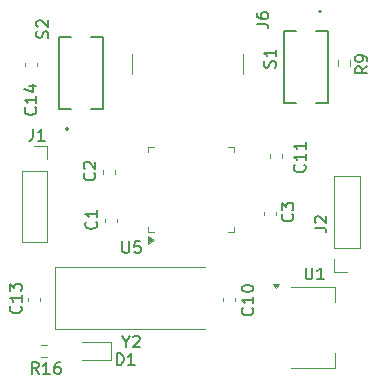
<source format=gbr>
%TF.GenerationSoftware,KiCad,Pcbnew,9.0.7*%
%TF.CreationDate,2026-02-20T18:13:15+05:30*%
%TF.ProjectId,pcb-n-as5600,7063622d-6e2d-4617-9335-3630302e6b69,rev?*%
%TF.SameCoordinates,Original*%
%TF.FileFunction,Legend,Top*%
%TF.FilePolarity,Positive*%
%FSLAX46Y46*%
G04 Gerber Fmt 4.6, Leading zero omitted, Abs format (unit mm)*
G04 Created by KiCad (PCBNEW 9.0.7) date 2026-02-20 18:13:15*
%MOMM*%
%LPD*%
G01*
G04 APERTURE LIST*
%ADD10C,0.150000*%
%ADD11C,0.120000*%
%ADD12C,0.127000*%
%ADD13C,0.200000*%
G04 APERTURE END LIST*
D10*
X144492080Y-89059166D02*
X144539700Y-89106785D01*
X144539700Y-89106785D02*
X144587319Y-89249642D01*
X144587319Y-89249642D02*
X144587319Y-89344880D01*
X144587319Y-89344880D02*
X144539700Y-89487737D01*
X144539700Y-89487737D02*
X144444461Y-89582975D01*
X144444461Y-89582975D02*
X144349223Y-89630594D01*
X144349223Y-89630594D02*
X144158747Y-89678213D01*
X144158747Y-89678213D02*
X144015890Y-89678213D01*
X144015890Y-89678213D02*
X143825414Y-89630594D01*
X143825414Y-89630594D02*
X143730176Y-89582975D01*
X143730176Y-89582975D02*
X143634938Y-89487737D01*
X143634938Y-89487737D02*
X143587319Y-89344880D01*
X143587319Y-89344880D02*
X143587319Y-89249642D01*
X143587319Y-89249642D02*
X143634938Y-89106785D01*
X143634938Y-89106785D02*
X143682557Y-89059166D01*
X144587319Y-88106785D02*
X144587319Y-88678213D01*
X144587319Y-88392499D02*
X143587319Y-88392499D01*
X143587319Y-88392499D02*
X143730176Y-88487737D01*
X143730176Y-88487737D02*
X143825414Y-88582975D01*
X143825414Y-88582975D02*
X143873033Y-88678213D01*
X146261905Y-101204819D02*
X146261905Y-100204819D01*
X146261905Y-100204819D02*
X146500000Y-100204819D01*
X146500000Y-100204819D02*
X146642857Y-100252438D01*
X146642857Y-100252438D02*
X146738095Y-100347676D01*
X146738095Y-100347676D02*
X146785714Y-100442914D01*
X146785714Y-100442914D02*
X146833333Y-100633390D01*
X146833333Y-100633390D02*
X146833333Y-100776247D01*
X146833333Y-100776247D02*
X146785714Y-100966723D01*
X146785714Y-100966723D02*
X146738095Y-101061961D01*
X146738095Y-101061961D02*
X146642857Y-101157200D01*
X146642857Y-101157200D02*
X146500000Y-101204819D01*
X146500000Y-101204819D02*
X146261905Y-101204819D01*
X147785714Y-101204819D02*
X147214286Y-101204819D01*
X147500000Y-101204819D02*
X147500000Y-100204819D01*
X147500000Y-100204819D02*
X147404762Y-100347676D01*
X147404762Y-100347676D02*
X147309524Y-100442914D01*
X147309524Y-100442914D02*
X147214286Y-100490533D01*
X162149580Y-84255357D02*
X162197200Y-84302976D01*
X162197200Y-84302976D02*
X162244819Y-84445833D01*
X162244819Y-84445833D02*
X162244819Y-84541071D01*
X162244819Y-84541071D02*
X162197200Y-84683928D01*
X162197200Y-84683928D02*
X162101961Y-84779166D01*
X162101961Y-84779166D02*
X162006723Y-84826785D01*
X162006723Y-84826785D02*
X161816247Y-84874404D01*
X161816247Y-84874404D02*
X161673390Y-84874404D01*
X161673390Y-84874404D02*
X161482914Y-84826785D01*
X161482914Y-84826785D02*
X161387676Y-84779166D01*
X161387676Y-84779166D02*
X161292438Y-84683928D01*
X161292438Y-84683928D02*
X161244819Y-84541071D01*
X161244819Y-84541071D02*
X161244819Y-84445833D01*
X161244819Y-84445833D02*
X161292438Y-84302976D01*
X161292438Y-84302976D02*
X161340057Y-84255357D01*
X162244819Y-83302976D02*
X162244819Y-83874404D01*
X162244819Y-83588690D02*
X161244819Y-83588690D01*
X161244819Y-83588690D02*
X161387676Y-83683928D01*
X161387676Y-83683928D02*
X161482914Y-83779166D01*
X161482914Y-83779166D02*
X161530533Y-83874404D01*
X162244819Y-82350595D02*
X162244819Y-82922023D01*
X162244819Y-82636309D02*
X161244819Y-82636309D01*
X161244819Y-82636309D02*
X161387676Y-82731547D01*
X161387676Y-82731547D02*
X161482914Y-82826785D01*
X161482914Y-82826785D02*
X161530533Y-82922023D01*
X140407200Y-73511904D02*
X140454819Y-73369047D01*
X140454819Y-73369047D02*
X140454819Y-73130952D01*
X140454819Y-73130952D02*
X140407200Y-73035714D01*
X140407200Y-73035714D02*
X140359580Y-72988095D01*
X140359580Y-72988095D02*
X140264342Y-72940476D01*
X140264342Y-72940476D02*
X140169104Y-72940476D01*
X140169104Y-72940476D02*
X140073866Y-72988095D01*
X140073866Y-72988095D02*
X140026247Y-73035714D01*
X140026247Y-73035714D02*
X139978628Y-73130952D01*
X139978628Y-73130952D02*
X139931009Y-73321428D01*
X139931009Y-73321428D02*
X139883390Y-73416666D01*
X139883390Y-73416666D02*
X139835771Y-73464285D01*
X139835771Y-73464285D02*
X139740533Y-73511904D01*
X139740533Y-73511904D02*
X139645295Y-73511904D01*
X139645295Y-73511904D02*
X139550057Y-73464285D01*
X139550057Y-73464285D02*
X139502438Y-73416666D01*
X139502438Y-73416666D02*
X139454819Y-73321428D01*
X139454819Y-73321428D02*
X139454819Y-73083333D01*
X139454819Y-73083333D02*
X139502438Y-72940476D01*
X139550057Y-72559523D02*
X139502438Y-72511904D01*
X139502438Y-72511904D02*
X139454819Y-72416666D01*
X139454819Y-72416666D02*
X139454819Y-72178571D01*
X139454819Y-72178571D02*
X139502438Y-72083333D01*
X139502438Y-72083333D02*
X139550057Y-72035714D01*
X139550057Y-72035714D02*
X139645295Y-71988095D01*
X139645295Y-71988095D02*
X139740533Y-71988095D01*
X139740533Y-71988095D02*
X139883390Y-72035714D01*
X139883390Y-72035714D02*
X140454819Y-72607142D01*
X140454819Y-72607142D02*
X140454819Y-71988095D01*
X159657200Y-76011904D02*
X159704819Y-75869047D01*
X159704819Y-75869047D02*
X159704819Y-75630952D01*
X159704819Y-75630952D02*
X159657200Y-75535714D01*
X159657200Y-75535714D02*
X159609580Y-75488095D01*
X159609580Y-75488095D02*
X159514342Y-75440476D01*
X159514342Y-75440476D02*
X159419104Y-75440476D01*
X159419104Y-75440476D02*
X159323866Y-75488095D01*
X159323866Y-75488095D02*
X159276247Y-75535714D01*
X159276247Y-75535714D02*
X159228628Y-75630952D01*
X159228628Y-75630952D02*
X159181009Y-75821428D01*
X159181009Y-75821428D02*
X159133390Y-75916666D01*
X159133390Y-75916666D02*
X159085771Y-75964285D01*
X159085771Y-75964285D02*
X158990533Y-76011904D01*
X158990533Y-76011904D02*
X158895295Y-76011904D01*
X158895295Y-76011904D02*
X158800057Y-75964285D01*
X158800057Y-75964285D02*
X158752438Y-75916666D01*
X158752438Y-75916666D02*
X158704819Y-75821428D01*
X158704819Y-75821428D02*
X158704819Y-75583333D01*
X158704819Y-75583333D02*
X158752438Y-75440476D01*
X159704819Y-74488095D02*
X159704819Y-75059523D01*
X159704819Y-74773809D02*
X158704819Y-74773809D01*
X158704819Y-74773809D02*
X158847676Y-74869047D01*
X158847676Y-74869047D02*
X158942914Y-74964285D01*
X158942914Y-74964285D02*
X158990533Y-75059523D01*
X158094819Y-72320833D02*
X158809104Y-72320833D01*
X158809104Y-72320833D02*
X158951961Y-72368452D01*
X158951961Y-72368452D02*
X159047200Y-72463690D01*
X159047200Y-72463690D02*
X159094819Y-72606547D01*
X159094819Y-72606547D02*
X159094819Y-72701785D01*
X158094819Y-71416071D02*
X158094819Y-71606547D01*
X158094819Y-71606547D02*
X158142438Y-71701785D01*
X158142438Y-71701785D02*
X158190057Y-71749404D01*
X158190057Y-71749404D02*
X158332914Y-71844642D01*
X158332914Y-71844642D02*
X158523390Y-71892261D01*
X158523390Y-71892261D02*
X158904342Y-71892261D01*
X158904342Y-71892261D02*
X158999580Y-71844642D01*
X158999580Y-71844642D02*
X159047200Y-71797023D01*
X159047200Y-71797023D02*
X159094819Y-71701785D01*
X159094819Y-71701785D02*
X159094819Y-71511309D01*
X159094819Y-71511309D02*
X159047200Y-71416071D01*
X159047200Y-71416071D02*
X158999580Y-71368452D01*
X158999580Y-71368452D02*
X158904342Y-71320833D01*
X158904342Y-71320833D02*
X158666247Y-71320833D01*
X158666247Y-71320833D02*
X158571009Y-71368452D01*
X158571009Y-71368452D02*
X158523390Y-71416071D01*
X158523390Y-71416071D02*
X158475771Y-71511309D01*
X158475771Y-71511309D02*
X158475771Y-71701785D01*
X158475771Y-71701785D02*
X158523390Y-71797023D01*
X158523390Y-71797023D02*
X158571009Y-71844642D01*
X158571009Y-71844642D02*
X158666247Y-71892261D01*
X163004819Y-89583333D02*
X163719104Y-89583333D01*
X163719104Y-89583333D02*
X163861961Y-89630952D01*
X163861961Y-89630952D02*
X163957200Y-89726190D01*
X163957200Y-89726190D02*
X164004819Y-89869047D01*
X164004819Y-89869047D02*
X164004819Y-89964285D01*
X163100057Y-89154761D02*
X163052438Y-89107142D01*
X163052438Y-89107142D02*
X163004819Y-89011904D01*
X163004819Y-89011904D02*
X163004819Y-88773809D01*
X163004819Y-88773809D02*
X163052438Y-88678571D01*
X163052438Y-88678571D02*
X163100057Y-88630952D01*
X163100057Y-88630952D02*
X163195295Y-88583333D01*
X163195295Y-88583333D02*
X163290533Y-88583333D01*
X163290533Y-88583333D02*
X163433390Y-88630952D01*
X163433390Y-88630952D02*
X164004819Y-89202380D01*
X164004819Y-89202380D02*
X164004819Y-88583333D01*
X147023809Y-99228628D02*
X147023809Y-99704819D01*
X146690476Y-98704819D02*
X147023809Y-99228628D01*
X147023809Y-99228628D02*
X147357142Y-98704819D01*
X147642857Y-98800057D02*
X147690476Y-98752438D01*
X147690476Y-98752438D02*
X147785714Y-98704819D01*
X147785714Y-98704819D02*
X148023809Y-98704819D01*
X148023809Y-98704819D02*
X148119047Y-98752438D01*
X148119047Y-98752438D02*
X148166666Y-98800057D01*
X148166666Y-98800057D02*
X148214285Y-98895295D01*
X148214285Y-98895295D02*
X148214285Y-98990533D01*
X148214285Y-98990533D02*
X148166666Y-99133390D01*
X148166666Y-99133390D02*
X147595238Y-99704819D01*
X147595238Y-99704819D02*
X148214285Y-99704819D01*
X139632142Y-101954819D02*
X139298809Y-101478628D01*
X139060714Y-101954819D02*
X139060714Y-100954819D01*
X139060714Y-100954819D02*
X139441666Y-100954819D01*
X139441666Y-100954819D02*
X139536904Y-101002438D01*
X139536904Y-101002438D02*
X139584523Y-101050057D01*
X139584523Y-101050057D02*
X139632142Y-101145295D01*
X139632142Y-101145295D02*
X139632142Y-101288152D01*
X139632142Y-101288152D02*
X139584523Y-101383390D01*
X139584523Y-101383390D02*
X139536904Y-101431009D01*
X139536904Y-101431009D02*
X139441666Y-101478628D01*
X139441666Y-101478628D02*
X139060714Y-101478628D01*
X140584523Y-101954819D02*
X140013095Y-101954819D01*
X140298809Y-101954819D02*
X140298809Y-100954819D01*
X140298809Y-100954819D02*
X140203571Y-101097676D01*
X140203571Y-101097676D02*
X140108333Y-101192914D01*
X140108333Y-101192914D02*
X140013095Y-101240533D01*
X141441666Y-100954819D02*
X141251190Y-100954819D01*
X141251190Y-100954819D02*
X141155952Y-101002438D01*
X141155952Y-101002438D02*
X141108333Y-101050057D01*
X141108333Y-101050057D02*
X141013095Y-101192914D01*
X141013095Y-101192914D02*
X140965476Y-101383390D01*
X140965476Y-101383390D02*
X140965476Y-101764342D01*
X140965476Y-101764342D02*
X141013095Y-101859580D01*
X141013095Y-101859580D02*
X141060714Y-101907200D01*
X141060714Y-101907200D02*
X141155952Y-101954819D01*
X141155952Y-101954819D02*
X141346428Y-101954819D01*
X141346428Y-101954819D02*
X141441666Y-101907200D01*
X141441666Y-101907200D02*
X141489285Y-101859580D01*
X141489285Y-101859580D02*
X141536904Y-101764342D01*
X141536904Y-101764342D02*
X141536904Y-101526247D01*
X141536904Y-101526247D02*
X141489285Y-101431009D01*
X141489285Y-101431009D02*
X141441666Y-101383390D01*
X141441666Y-101383390D02*
X141346428Y-101335771D01*
X141346428Y-101335771D02*
X141155952Y-101335771D01*
X141155952Y-101335771D02*
X141060714Y-101383390D01*
X141060714Y-101383390D02*
X141013095Y-101431009D01*
X141013095Y-101431009D02*
X140965476Y-101526247D01*
X161109580Y-88416666D02*
X161157200Y-88464285D01*
X161157200Y-88464285D02*
X161204819Y-88607142D01*
X161204819Y-88607142D02*
X161204819Y-88702380D01*
X161204819Y-88702380D02*
X161157200Y-88845237D01*
X161157200Y-88845237D02*
X161061961Y-88940475D01*
X161061961Y-88940475D02*
X160966723Y-88988094D01*
X160966723Y-88988094D02*
X160776247Y-89035713D01*
X160776247Y-89035713D02*
X160633390Y-89035713D01*
X160633390Y-89035713D02*
X160442914Y-88988094D01*
X160442914Y-88988094D02*
X160347676Y-88940475D01*
X160347676Y-88940475D02*
X160252438Y-88845237D01*
X160252438Y-88845237D02*
X160204819Y-88702380D01*
X160204819Y-88702380D02*
X160204819Y-88607142D01*
X160204819Y-88607142D02*
X160252438Y-88464285D01*
X160252438Y-88464285D02*
X160300057Y-88416666D01*
X160204819Y-88083332D02*
X160204819Y-87464285D01*
X160204819Y-87464285D02*
X160585771Y-87797618D01*
X160585771Y-87797618D02*
X160585771Y-87654761D01*
X160585771Y-87654761D02*
X160633390Y-87559523D01*
X160633390Y-87559523D02*
X160681009Y-87511904D01*
X160681009Y-87511904D02*
X160776247Y-87464285D01*
X160776247Y-87464285D02*
X161014342Y-87464285D01*
X161014342Y-87464285D02*
X161109580Y-87511904D01*
X161109580Y-87511904D02*
X161157200Y-87559523D01*
X161157200Y-87559523D02*
X161204819Y-87654761D01*
X161204819Y-87654761D02*
X161204819Y-87940475D01*
X161204819Y-87940475D02*
X161157200Y-88035713D01*
X161157200Y-88035713D02*
X161109580Y-88083332D01*
X144355652Y-84946666D02*
X144403272Y-84994285D01*
X144403272Y-84994285D02*
X144450891Y-85137142D01*
X144450891Y-85137142D02*
X144450891Y-85232380D01*
X144450891Y-85232380D02*
X144403272Y-85375237D01*
X144403272Y-85375237D02*
X144308033Y-85470475D01*
X144308033Y-85470475D02*
X144212795Y-85518094D01*
X144212795Y-85518094D02*
X144022319Y-85565713D01*
X144022319Y-85565713D02*
X143879462Y-85565713D01*
X143879462Y-85565713D02*
X143688986Y-85518094D01*
X143688986Y-85518094D02*
X143593748Y-85470475D01*
X143593748Y-85470475D02*
X143498510Y-85375237D01*
X143498510Y-85375237D02*
X143450891Y-85232380D01*
X143450891Y-85232380D02*
X143450891Y-85137142D01*
X143450891Y-85137142D02*
X143498510Y-84994285D01*
X143498510Y-84994285D02*
X143546129Y-84946666D01*
X143546129Y-84565713D02*
X143498510Y-84518094D01*
X143498510Y-84518094D02*
X143450891Y-84422856D01*
X143450891Y-84422856D02*
X143450891Y-84184761D01*
X143450891Y-84184761D02*
X143498510Y-84089523D01*
X143498510Y-84089523D02*
X143546129Y-84041904D01*
X143546129Y-84041904D02*
X143641367Y-83994285D01*
X143641367Y-83994285D02*
X143736605Y-83994285D01*
X143736605Y-83994285D02*
X143879462Y-84041904D01*
X143879462Y-84041904D02*
X144450891Y-84613332D01*
X144450891Y-84613332D02*
X144450891Y-83994285D01*
X167454819Y-75916666D02*
X166978628Y-76249999D01*
X167454819Y-76488094D02*
X166454819Y-76488094D01*
X166454819Y-76488094D02*
X166454819Y-76107142D01*
X166454819Y-76107142D02*
X166502438Y-76011904D01*
X166502438Y-76011904D02*
X166550057Y-75964285D01*
X166550057Y-75964285D02*
X166645295Y-75916666D01*
X166645295Y-75916666D02*
X166788152Y-75916666D01*
X166788152Y-75916666D02*
X166883390Y-75964285D01*
X166883390Y-75964285D02*
X166931009Y-76011904D01*
X166931009Y-76011904D02*
X166978628Y-76107142D01*
X166978628Y-76107142D02*
X166978628Y-76488094D01*
X167454819Y-75440475D02*
X167454819Y-75249999D01*
X167454819Y-75249999D02*
X167407200Y-75154761D01*
X167407200Y-75154761D02*
X167359580Y-75107142D01*
X167359580Y-75107142D02*
X167216723Y-75011904D01*
X167216723Y-75011904D02*
X167026247Y-74964285D01*
X167026247Y-74964285D02*
X166645295Y-74964285D01*
X166645295Y-74964285D02*
X166550057Y-75011904D01*
X166550057Y-75011904D02*
X166502438Y-75059523D01*
X166502438Y-75059523D02*
X166454819Y-75154761D01*
X166454819Y-75154761D02*
X166454819Y-75345237D01*
X166454819Y-75345237D02*
X166502438Y-75440475D01*
X166502438Y-75440475D02*
X166550057Y-75488094D01*
X166550057Y-75488094D02*
X166645295Y-75535713D01*
X166645295Y-75535713D02*
X166883390Y-75535713D01*
X166883390Y-75535713D02*
X166978628Y-75488094D01*
X166978628Y-75488094D02*
X167026247Y-75440475D01*
X167026247Y-75440475D02*
X167073866Y-75345237D01*
X167073866Y-75345237D02*
X167073866Y-75154761D01*
X167073866Y-75154761D02*
X167026247Y-75059523D01*
X167026247Y-75059523D02*
X166978628Y-75011904D01*
X166978628Y-75011904D02*
X166883390Y-74964285D01*
X139166666Y-81204819D02*
X139166666Y-81919104D01*
X139166666Y-81919104D02*
X139119047Y-82061961D01*
X139119047Y-82061961D02*
X139023809Y-82157200D01*
X139023809Y-82157200D02*
X138880952Y-82204819D01*
X138880952Y-82204819D02*
X138785714Y-82204819D01*
X140166666Y-82204819D02*
X139595238Y-82204819D01*
X139880952Y-82204819D02*
X139880952Y-81204819D01*
X139880952Y-81204819D02*
X139785714Y-81347676D01*
X139785714Y-81347676D02*
X139690476Y-81442914D01*
X139690476Y-81442914D02*
X139595238Y-81490533D01*
X162238095Y-92954819D02*
X162238095Y-93764342D01*
X162238095Y-93764342D02*
X162285714Y-93859580D01*
X162285714Y-93859580D02*
X162333333Y-93907200D01*
X162333333Y-93907200D02*
X162428571Y-93954819D01*
X162428571Y-93954819D02*
X162619047Y-93954819D01*
X162619047Y-93954819D02*
X162714285Y-93907200D01*
X162714285Y-93907200D02*
X162761904Y-93859580D01*
X162761904Y-93859580D02*
X162809523Y-93764342D01*
X162809523Y-93764342D02*
X162809523Y-92954819D01*
X163809523Y-93954819D02*
X163238095Y-93954819D01*
X163523809Y-93954819D02*
X163523809Y-92954819D01*
X163523809Y-92954819D02*
X163428571Y-93097676D01*
X163428571Y-93097676D02*
X163333333Y-93192914D01*
X163333333Y-93192914D02*
X163238095Y-93240533D01*
X146738095Y-90704819D02*
X146738095Y-91514342D01*
X146738095Y-91514342D02*
X146785714Y-91609580D01*
X146785714Y-91609580D02*
X146833333Y-91657200D01*
X146833333Y-91657200D02*
X146928571Y-91704819D01*
X146928571Y-91704819D02*
X147119047Y-91704819D01*
X147119047Y-91704819D02*
X147214285Y-91657200D01*
X147214285Y-91657200D02*
X147261904Y-91609580D01*
X147261904Y-91609580D02*
X147309523Y-91514342D01*
X147309523Y-91514342D02*
X147309523Y-90704819D01*
X148261904Y-90704819D02*
X147785714Y-90704819D01*
X147785714Y-90704819D02*
X147738095Y-91181009D01*
X147738095Y-91181009D02*
X147785714Y-91133390D01*
X147785714Y-91133390D02*
X147880952Y-91085771D01*
X147880952Y-91085771D02*
X148119047Y-91085771D01*
X148119047Y-91085771D02*
X148214285Y-91133390D01*
X148214285Y-91133390D02*
X148261904Y-91181009D01*
X148261904Y-91181009D02*
X148309523Y-91276247D01*
X148309523Y-91276247D02*
X148309523Y-91514342D01*
X148309523Y-91514342D02*
X148261904Y-91609580D01*
X148261904Y-91609580D02*
X148214285Y-91657200D01*
X148214285Y-91657200D02*
X148119047Y-91704819D01*
X148119047Y-91704819D02*
X147880952Y-91704819D01*
X147880952Y-91704819D02*
X147785714Y-91657200D01*
X147785714Y-91657200D02*
X147738095Y-91609580D01*
X138109580Y-96212857D02*
X138157200Y-96260476D01*
X138157200Y-96260476D02*
X138204819Y-96403333D01*
X138204819Y-96403333D02*
X138204819Y-96498571D01*
X138204819Y-96498571D02*
X138157200Y-96641428D01*
X138157200Y-96641428D02*
X138061961Y-96736666D01*
X138061961Y-96736666D02*
X137966723Y-96784285D01*
X137966723Y-96784285D02*
X137776247Y-96831904D01*
X137776247Y-96831904D02*
X137633390Y-96831904D01*
X137633390Y-96831904D02*
X137442914Y-96784285D01*
X137442914Y-96784285D02*
X137347676Y-96736666D01*
X137347676Y-96736666D02*
X137252438Y-96641428D01*
X137252438Y-96641428D02*
X137204819Y-96498571D01*
X137204819Y-96498571D02*
X137204819Y-96403333D01*
X137204819Y-96403333D02*
X137252438Y-96260476D01*
X137252438Y-96260476D02*
X137300057Y-96212857D01*
X138204819Y-95260476D02*
X138204819Y-95831904D01*
X138204819Y-95546190D02*
X137204819Y-95546190D01*
X137204819Y-95546190D02*
X137347676Y-95641428D01*
X137347676Y-95641428D02*
X137442914Y-95736666D01*
X137442914Y-95736666D02*
X137490533Y-95831904D01*
X137204819Y-94927142D02*
X137204819Y-94308095D01*
X137204819Y-94308095D02*
X137585771Y-94641428D01*
X137585771Y-94641428D02*
X137585771Y-94498571D01*
X137585771Y-94498571D02*
X137633390Y-94403333D01*
X137633390Y-94403333D02*
X137681009Y-94355714D01*
X137681009Y-94355714D02*
X137776247Y-94308095D01*
X137776247Y-94308095D02*
X138014342Y-94308095D01*
X138014342Y-94308095D02*
X138109580Y-94355714D01*
X138109580Y-94355714D02*
X138157200Y-94403333D01*
X138157200Y-94403333D02*
X138204819Y-94498571D01*
X138204819Y-94498571D02*
X138204819Y-94784285D01*
X138204819Y-94784285D02*
X138157200Y-94879523D01*
X138157200Y-94879523D02*
X138109580Y-94927142D01*
X139359580Y-79392857D02*
X139407200Y-79440476D01*
X139407200Y-79440476D02*
X139454819Y-79583333D01*
X139454819Y-79583333D02*
X139454819Y-79678571D01*
X139454819Y-79678571D02*
X139407200Y-79821428D01*
X139407200Y-79821428D02*
X139311961Y-79916666D01*
X139311961Y-79916666D02*
X139216723Y-79964285D01*
X139216723Y-79964285D02*
X139026247Y-80011904D01*
X139026247Y-80011904D02*
X138883390Y-80011904D01*
X138883390Y-80011904D02*
X138692914Y-79964285D01*
X138692914Y-79964285D02*
X138597676Y-79916666D01*
X138597676Y-79916666D02*
X138502438Y-79821428D01*
X138502438Y-79821428D02*
X138454819Y-79678571D01*
X138454819Y-79678571D02*
X138454819Y-79583333D01*
X138454819Y-79583333D02*
X138502438Y-79440476D01*
X138502438Y-79440476D02*
X138550057Y-79392857D01*
X139454819Y-78440476D02*
X139454819Y-79011904D01*
X139454819Y-78726190D02*
X138454819Y-78726190D01*
X138454819Y-78726190D02*
X138597676Y-78821428D01*
X138597676Y-78821428D02*
X138692914Y-78916666D01*
X138692914Y-78916666D02*
X138740533Y-79011904D01*
X138788152Y-77583333D02*
X139454819Y-77583333D01*
X138407200Y-77821428D02*
X139121485Y-78059523D01*
X139121485Y-78059523D02*
X139121485Y-77440476D01*
X157727080Y-96350357D02*
X157774700Y-96397976D01*
X157774700Y-96397976D02*
X157822319Y-96540833D01*
X157822319Y-96540833D02*
X157822319Y-96636071D01*
X157822319Y-96636071D02*
X157774700Y-96778928D01*
X157774700Y-96778928D02*
X157679461Y-96874166D01*
X157679461Y-96874166D02*
X157584223Y-96921785D01*
X157584223Y-96921785D02*
X157393747Y-96969404D01*
X157393747Y-96969404D02*
X157250890Y-96969404D01*
X157250890Y-96969404D02*
X157060414Y-96921785D01*
X157060414Y-96921785D02*
X156965176Y-96874166D01*
X156965176Y-96874166D02*
X156869938Y-96778928D01*
X156869938Y-96778928D02*
X156822319Y-96636071D01*
X156822319Y-96636071D02*
X156822319Y-96540833D01*
X156822319Y-96540833D02*
X156869938Y-96397976D01*
X156869938Y-96397976D02*
X156917557Y-96350357D01*
X157822319Y-95397976D02*
X157822319Y-95969404D01*
X157822319Y-95683690D02*
X156822319Y-95683690D01*
X156822319Y-95683690D02*
X156965176Y-95778928D01*
X156965176Y-95778928D02*
X157060414Y-95874166D01*
X157060414Y-95874166D02*
X157108033Y-95969404D01*
X156822319Y-94778928D02*
X156822319Y-94683690D01*
X156822319Y-94683690D02*
X156869938Y-94588452D01*
X156869938Y-94588452D02*
X156917557Y-94540833D01*
X156917557Y-94540833D02*
X157012795Y-94493214D01*
X157012795Y-94493214D02*
X157203271Y-94445595D01*
X157203271Y-94445595D02*
X157441366Y-94445595D01*
X157441366Y-94445595D02*
X157631842Y-94493214D01*
X157631842Y-94493214D02*
X157727080Y-94540833D01*
X157727080Y-94540833D02*
X157774700Y-94588452D01*
X157774700Y-94588452D02*
X157822319Y-94683690D01*
X157822319Y-94683690D02*
X157822319Y-94778928D01*
X157822319Y-94778928D02*
X157774700Y-94874166D01*
X157774700Y-94874166D02*
X157727080Y-94921785D01*
X157727080Y-94921785D02*
X157631842Y-94969404D01*
X157631842Y-94969404D02*
X157441366Y-95017023D01*
X157441366Y-95017023D02*
X157203271Y-95017023D01*
X157203271Y-95017023D02*
X157012795Y-94969404D01*
X157012795Y-94969404D02*
X156917557Y-94921785D01*
X156917557Y-94921785D02*
X156869938Y-94874166D01*
X156869938Y-94874166D02*
X156822319Y-94778928D01*
D11*
%TO.C,C1*%
X145240000Y-89108767D02*
X145240000Y-88816233D01*
X146260000Y-89108767D02*
X146260000Y-88816233D01*
%TO.C,D1*%
X143325000Y-100735000D02*
X145785000Y-100735000D01*
X145785000Y-99265000D02*
X143325000Y-99265000D01*
X145785000Y-100735000D02*
X145785000Y-99265000D01*
%TO.C,C11*%
X159240000Y-83646267D02*
X159240000Y-83353733D01*
X160260000Y-83646267D02*
X160260000Y-83353733D01*
D12*
%TO.C,S2*%
X141400000Y-73450000D02*
X142400000Y-73450000D01*
X141400000Y-79550000D02*
X141400000Y-73450000D01*
X142400000Y-79550000D02*
X141400000Y-79550000D01*
X144100000Y-79550000D02*
X145100000Y-79550000D01*
X145100000Y-73450000D02*
X144100000Y-73450000D01*
X145100000Y-79550000D02*
X145100000Y-73450000D01*
D13*
X142140000Y-81220000D02*
G75*
G02*
X141940000Y-81220000I-100000J0D01*
G01*
X141940000Y-81220000D02*
G75*
G02*
X142140000Y-81220000I100000J0D01*
G01*
D12*
%TO.C,S1*%
X160400000Y-72950000D02*
X160400000Y-79050000D01*
X160400000Y-79050000D02*
X161400000Y-79050000D01*
X161400000Y-72950000D02*
X160400000Y-72950000D01*
X163100000Y-72950000D02*
X164100000Y-72950000D01*
X164100000Y-72950000D02*
X164100000Y-79050000D01*
X164100000Y-79050000D02*
X163100000Y-79050000D01*
D13*
X163560000Y-71280000D02*
G75*
G02*
X163360000Y-71280000I-100000J0D01*
G01*
X163360000Y-71280000D02*
G75*
G02*
X163560000Y-71280000I100000J0D01*
G01*
D11*
%TO.C,J6*%
X147580000Y-74850000D02*
X147580000Y-76550000D01*
X156920000Y-74850000D02*
X156920000Y-76550000D01*
%TO.C,J2*%
X164690000Y-91250000D02*
X164690000Y-85190000D01*
X164690000Y-93310000D02*
X164690000Y-92250000D01*
X165750000Y-93310000D02*
X164690000Y-93310000D01*
X166810000Y-85190000D02*
X164690000Y-85190000D01*
X166810000Y-91250000D02*
X164690000Y-91250000D01*
X166810000Y-91250000D02*
X166810000Y-85190000D01*
%TO.C,Y2*%
X140990000Y-92890000D02*
X140990000Y-98110000D01*
X140990000Y-98110000D02*
X153710000Y-98110000D01*
X153710000Y-92890000D02*
X140990000Y-92890000D01*
%TO.C,R16*%
X140342224Y-99477500D02*
X139832776Y-99477500D01*
X140342224Y-100522500D02*
X139832776Y-100522500D01*
%TO.C,C3*%
X158700000Y-88216233D02*
X158700000Y-88508767D01*
X159720000Y-88216233D02*
X159720000Y-88508767D01*
%TO.C,C2*%
X145103572Y-84996267D02*
X145103572Y-84703733D01*
X146123572Y-84996267D02*
X146123572Y-84703733D01*
%TO.C,R9*%
X164977500Y-75407776D02*
X164977500Y-75917224D01*
X166022500Y-75407776D02*
X166022500Y-75917224D01*
%TO.C,J1*%
X138190000Y-84750000D02*
X138190000Y-90810000D01*
X138190000Y-84750000D02*
X140310000Y-84750000D01*
X138190000Y-90810000D02*
X140310000Y-90810000D01*
X139250000Y-82690000D02*
X140310000Y-82690000D01*
X140310000Y-82690000D02*
X140310000Y-83750000D01*
X140310000Y-84750000D02*
X140310000Y-90810000D01*
%TO.C,U1*%
X161000000Y-94590000D02*
X164760000Y-94590000D01*
X161000000Y-101410000D02*
X164760000Y-101410000D01*
X164760000Y-94590000D02*
X164760000Y-95850000D01*
X164760000Y-101410000D02*
X164760000Y-100150000D01*
X159720000Y-94690000D02*
X159480000Y-94360000D01*
X159960000Y-94360000D01*
X159720000Y-94690000D01*
G36*
X159720000Y-94690000D02*
G01*
X159480000Y-94360000D01*
X159960000Y-94360000D01*
X159720000Y-94690000D01*
G37*
%TO.C,U5*%
X148937888Y-82740000D02*
X149387888Y-82740000D01*
X148937888Y-83190000D02*
X148937888Y-82740000D01*
X148937888Y-89960000D02*
X148937888Y-89510000D01*
X149387888Y-89960000D02*
X148937888Y-89960000D01*
X155707888Y-82740000D02*
X156157888Y-82740000D01*
X156157888Y-82740000D02*
X156157888Y-83190000D01*
X156157888Y-89510000D02*
X156157888Y-89960000D01*
X156157888Y-89960000D02*
X155707888Y-89960000D01*
X149387888Y-90600000D02*
X148917888Y-90940000D01*
X148917888Y-90260000D01*
X149387888Y-90600000D01*
G36*
X149387888Y-90600000D02*
G01*
X148917888Y-90940000D01*
X148917888Y-90260000D01*
X149387888Y-90600000D01*
G37*
%TO.C,C13*%
X138740000Y-95491233D02*
X138740000Y-95783767D01*
X139760000Y-95491233D02*
X139760000Y-95783767D01*
%TO.C,C14*%
X138490000Y-75603733D02*
X138490000Y-75896267D01*
X139510000Y-75603733D02*
X139510000Y-75896267D01*
%TO.C,C10*%
X155240000Y-95491233D02*
X155240000Y-95783767D01*
X156260000Y-95491233D02*
X156260000Y-95783767D01*
%TD*%
M02*

</source>
